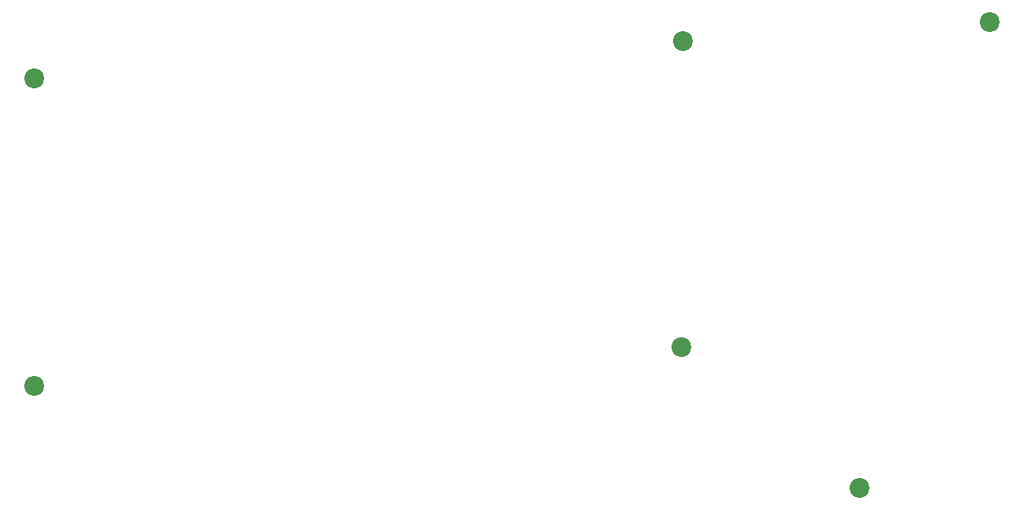
<source format=gbs>
G04 #@! TF.GenerationSoftware,KiCad,Pcbnew,(5.99.0-8557-g8988e46ab1)*
G04 #@! TF.CreationDate,2021-01-24T23:21:33-07:00*
G04 #@! TF.ProjectId,BottomCover,426f7474-6f6d-4436-9f76-65722e6b6963,rev?*
G04 #@! TF.SameCoordinates,PX85099e0PY51bada0*
G04 #@! TF.FileFunction,Soldermask,Bot*
G04 #@! TF.FilePolarity,Negative*
%FSLAX46Y46*%
G04 Gerber Fmt 4.6, Leading zero omitted, Abs format (unit mm)*
G04 Created by KiCad (PCBNEW (5.99.0-8557-g8988e46ab1)) date 2021-01-24 23:21:33*
%MOMM*%
%LPD*%
G01*
G04 APERTURE LIST*
%ADD10C,2.200000*%
G04 APERTURE END LIST*
D10*
X-35627000Y20175000D03*
X70648000Y26400000D03*
X36473000Y24275000D03*
X36373000Y-9725000D03*
X56148000Y-25400000D03*
X-35627000Y-14025000D03*
M02*

</source>
